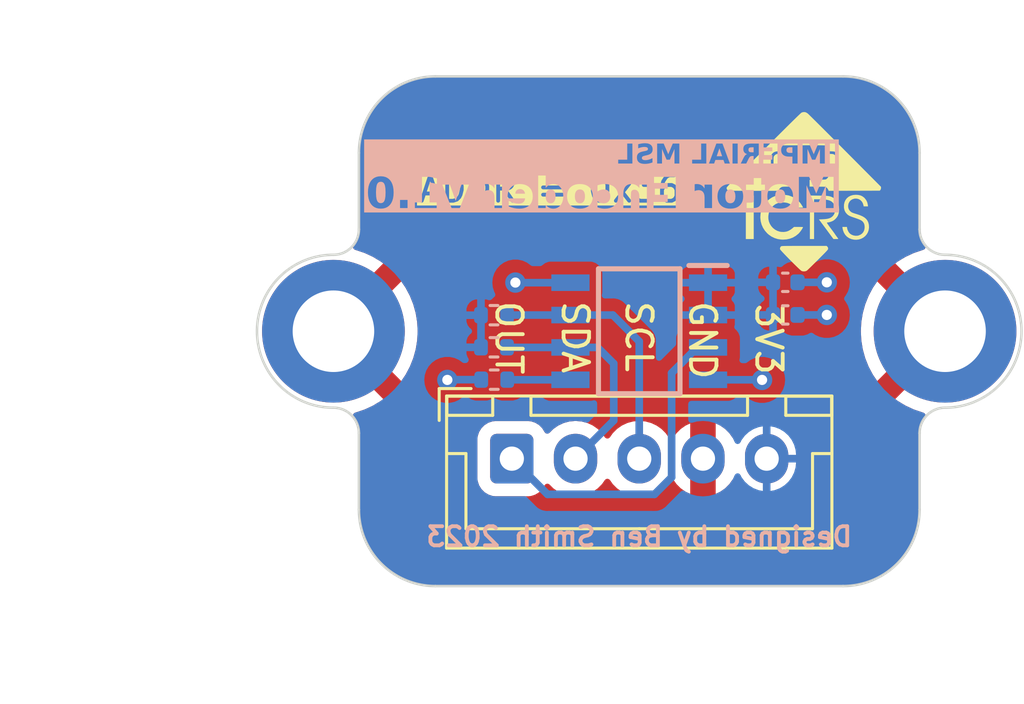
<source format=kicad_pcb>
(kicad_pcb (version 20221018) (generator pcbnew)
  (layers (0 "F.Cu" signal) (31 "B.Cu" signal) (34 "B.Paste" user) (35 "F.Paste" user) (36 "B.SilkS" user "B.Silkscreen") (37 "F.SilkS" user "F.Silkscreen") (38 "B.Mask" user) (39 "F.Mask" user) (44 "Edge.Cuts" user))
  (net 0 "")
  (net 1 "+3V3")
  (net 2 "GND")
  (net 3 "OUT")
  (net 4 "/SDA")
  (net 5 "/SCL")
  (net 6 "/PGO")
  (footprint "MountingHole:MountingHole_3.2mm_M3_DIN965_Pad" (layer "F.Cu") (at 129 61)
    (fp_text reference "H2" hide)
    (fp_text value "MountingHole_Pad" hide)
    (pad "1" thru_hole circle (at 0 0) (size 5.6 5.6) (drill 3.2) (layers "*.Cu" "*.Mask") (net 2 "GND"))
  )
  (footprint "MountingHole:MountingHole_3.2mm_M3_DIN965_Pad" (layer "F.Cu") (at 105 61)
    (fp_text reference "H1" hide)
    (fp_text value "MountingHole_Pad" hide)
    (pad "1" thru_hole circle (at 0 0) (size 5.6 5.6) (drill 3.2) (layers "*.Cu" "*.Mask") (net 2 "GND"))
  )
  (footprint "Connector_JST:JST_XH_B5B-XH-A_1x05_P2.50mm_Vertical" (layer "F.Cu") (at 112 66)
    (fp_text reference "J1" hide)
    (fp_text value "JST_2.5mm_1x5" hide)
    (fp_line (start -2.85 -2.75) (end -2.85 -1.5) (stroke (width 0.12)) (layer "F.SilkS"))
    (fp_line (start -2.56 -2.46) (end -2.56 3.51) (stroke (width 0.12)) (layer "F.SilkS"))
    (fp_line (start -2.56 3.51) (end 12.56 3.51) (stroke (width 0.12)) (layer "F.SilkS"))
    (fp_line (start -2.55 -2.45) (end -2.55 -1.7) (stroke (width 0.12)) (layer "F.SilkS"))
    (fp_line (start -2.55 -1.7) (end -0.75 -1.7) (stroke (width 0.12)) (layer "F.SilkS"))
    (fp_line (start -2.55 -0.2) (end -1.8 -0.2) (stroke (width 0.12)) (layer "F.SilkS"))
    (fp_line (start -1.8 -0.2) (end -1.8 2.75) (stroke (width 0.12)) (layer "F.SilkS"))
    (fp_line (start -1.8 2.75) (end 5 2.75) (stroke (width 0.12)) (layer "F.SilkS"))
    (fp_line (start -1.6 -2.75) (end -2.85 -2.75) (stroke (width 0.12)) (layer "F.SilkS"))
    (fp_line (start -0.75 -2.45) (end -2.55 -2.45) (stroke (width 0.12)) (layer "F.SilkS"))
    (fp_line (start -0.75 -1.7) (end -0.75 -2.45) (stroke (width 0.12)) (layer "F.SilkS"))
    (fp_line (start 0.75 -2.45) (end 0.75 -1.7) (stroke (width 0.12)) (layer "F.SilkS"))
    (fp_line (start 0.75 -1.7) (end 9.25 -1.7) (stroke (width 0.12)) (layer "F.SilkS"))
    (fp_line (start 9.25 -2.45) (end 0.75 -2.45) (stroke (width 0.12)) (layer "F.SilkS"))
    (fp_line (start 9.25 -1.7) (end 9.25 -2.45) (stroke (width 0.12)) (layer "F.SilkS"))
    (fp_line (start 10.75 -2.45) (end 10.75 -1.7) (stroke (width 0.12)) (layer "F.SilkS"))
    (fp_line (start 10.75 -1.7) (end 12.55 -1.7) (stroke (width 0.12)) (layer "F.SilkS"))
    (fp_line (start 11.8 -0.2) (end 11.8 2.75) (stroke (width 0.12)) (layer "F.SilkS"))
    (fp_line (start 11.8 2.75) (end 5 2.75) (stroke (width 0.12)) (layer "F.SilkS"))
    (fp_line (start 12.55 -2.45) (end 10.75 -2.45) (stroke (width 0.12)) (layer "F.SilkS"))
    (fp_line (start 12.55 -1.7) (end 12.55 -2.45) (stroke (width 0.12)) (layer "F.SilkS"))
    (fp_line (start 12.55 -0.2) (end 11.8 -0.2) (stroke (width 0.12)) (layer "F.SilkS"))
    (fp_line (start 12.56 -2.46) (end -2.56 -2.46) (stroke (width 0.12)) (layer "F.SilkS"))
    (fp_line (start 12.56 3.51) (end 12.56 -2.46) (stroke (width 0.12)) (layer "F.SilkS"))
    (pad "1" thru_hole roundrect (at 0 0) (size 1.7 1.95) (drill 0.95) (layers "*.Cu" "*.Mask") (roundrect_rratio 0.147059) (net 3 "OUT"))
    (pad "2" thru_hole oval (at 2.5 0) (size 1.7 1.95) (drill 0.95) (layers "*.Cu" "*.Mask") (net 4 "/SDA"))
    (pad "3" thru_hole oval (at 5 0) (size 1.7 1.95) (drill 0.95) (layers "*.Cu" "*.Mask") (net 5 "/SCL"))
    (pad "4" thru_hole oval (at 7.5 0) (size 1.7 1.95) (drill 0.95) (layers "*.Cu" "*.Mask") (net 2 "GND"))
    (pad "5" thru_hole oval (at 10 0) (size 1.7 1.95) (drill 0.95) (layers "*.Cu" "*.Mask") (net 1 "+3V3"))
  )
  (footprint "MSL Footprints:ICRS_7mm" (layer "F.Cu") (at 123.53 55.49)
    (fp_text reference "G***" hide)
    (fp_text value "LOGO" hide)
    (fp_poly (pts (xy -2.037378 1.039373) (xy -2.037378 1.89259) (xy -2.192508 1.89259) (xy -2.347638 1.89259) (xy -2.347638 1.039373) (xy -2.347638 0.186157) (xy -2.192508 0.186157) (xy -2.037378 0.186157)) (fill solid) (layer "F.SilkS"))
    (fp_poly (pts (xy -0.626116 -1.066194) (xy -0.597218 -1.041863) (xy -0.580891 -1.008274) (xy -0.579153 -0.992834) (xy -0.588529 -0.95706) (xy -0.612859 -0.928162) (xy -0.646449 -0.911836) (xy -0.661889 -0.910098) (xy -0.698187 -0.919765) (xy -0.71924 -0.935483) (xy -0.739325 -0.967863) (xy -0.742602 -1.003166) (xy -0.731188 -1.036218) (xy -0.707202 -1.061848) (xy -0.672761 -1.074881) (xy -0.661889 -1.07557)) (fill solid) (layer "F.SilkS"))
    (fp_poly (pts (xy 0.582433 -1.069558) (xy 0.612852 -1.058378) (xy 0.637314 -1.040437) (xy 0.645123 -1.028567) (xy 0.651335 -0.989893) (xy 0.641811 -0.956044) (xy 0.620412 -0.930157) (xy 0.590997 -0.915369) (xy 0.557427 -0.914814) (xy 0.524694 -0.930724) (xy 0.503931 -0.953353) (xy 0.496677 -0.982319) (xy 0.496417 -0.991981) (xy 0.504172 -1.030971) (xy 0.528201 -1.0576) (xy 0.555367 -1.069708)) (fill solid) (layer "F.SilkS"))
    (fp_poly (pts (xy -1.054886 -1.091083) (xy -1.054886 -0.734283) (xy -1.078155 -0.735483) (xy -1.107297 -0.738798) (xy -1.122109 -0.741674) (xy -1.179584 -0.764696) (xy -1.222805 -0.802327) (xy -1.236224 -0.821859) (xy -1.24446 -0.836518) (xy -1.250699 -0.850668) (xy -1.25522 -0.86731) (xy -1.258298 -0.889443) (xy -1.260211 -0.92007) (xy -1.261235 -0.96219) (xy -1.261648 -1.018805) (xy -1.261726 -1.092914) (xy -1.261726 -1.098219) (xy -1.261646 -1.173637) (xy -1.261235 -1.231283) (xy -1.260237 -1.274069) (xy -1.258397 -1.304907) (xy -1.255458 -1.326709) (xy -1.251166 -1.342386) (xy -1.245263 -1.354851) (xy -1.238211 -1.365956) (xy -1.197675 -1.411037) (xy -1.149603 -1.43892) (xy -1.099896 -1.447883) (xy -1.054886 -1.447883)) (fill solid) (layer "F.SilkS"))
    (fp_poly (pts (xy 1.058075 -1.444157) (xy 1.1058 -1.431964) (xy 1.140332 -1.409779) (xy 1.164814 -1.376079) (xy 1.171313 -1.361956) (xy 1.177432 -1.344335) (xy 1.182028 -1.323042) (xy 1.185305 -1.29503) (xy 1.187466 -1.257253) (xy 1.188717 -1.206664) (xy 1.189261 -1.140216) (xy 1.189332 -1.092992) (xy 1.189168 -1.017519) (xy 1.18852 -0.959617) (xy 1.187153 -0.916174) (xy 1.184833 -0.884078) (xy 1.181326 -0.860219) (xy 1.176397 -0.841485) (xy 1.169813 -0.824763) (xy 1.169003 -0.82297) (xy 1.146549 -0.787663) (xy 1.114415 -0.762691) (xy 1.069432 -0.746518) (xy 1.008432 -0.737608) (xy 0.990248 -0.736332) (xy 0.910098 -0.731626) (xy 0.910098 -1.089754) (xy 0.910098 -1.447883) (xy 0.994011 -1.447883)) (fill solid) (layer "F.SilkS"))
    (fp_poly (pts (xy 0.852692 2.191961) (xy 0.874081 2.221284) (xy 0.881619 2.254782) (xy 0.881892 2.265481) (xy 0.88167 2.274992) (xy 0.880246 2.284264) (xy 0.87648 2.29456) (xy 0.869236 2.307139) (xy 0.857375 2.323262) (xy 0.83976 2.344193) (xy 0.815252 2.37119) (xy 0.782714 2.405516) (xy 0.741008 2.448432) (xy 0.688995 2.501199) (xy 0.625537 2.565078) (xy 0.549498 2.641331) (xy 0.479729 2.711202) (xy 0.403403 2.787395) (xy 0.330577 2.859655) (xy 0.262715 2.926555) (xy 0.201282 2.986674) (xy 0.147743 3.038586) (xy 0.103564 3.080869) (xy 0.070208 3.112099) (xy 0.049142 3.130851) (xy 0.043308 3.135341) (xy -0.001244 3.153563) (xy -0.055458 3.1618) (xy -0.110649 3.159616) (xy -0.158132 3.146575) (xy -0.160301 3.145557) (xy -0.177615 3.133382) (xy -0.207126 3.10825) (xy -0.247204 3.07181) (xy -0.296217 3.025708) (xy -0.352535 2.971593) (xy -0.414524 2.91111) (xy -0.480555 2.845907) (xy -0.548996 2.777631) (xy -0.618215 2.707931) (xy -0.686581 2.638452) (xy -0.752462 2.570842) (xy -0.814228 2.506748) (xy -0.870246 2.447817) (xy -0.918886 2.395698) (xy -0.958516 2.352036) (xy -0.987504 2.318479) (xy -1.00422 2.296675) (xy -1.00767 2.289969) (xy -1.00726 2.244276) (xy -0.987581 2.201925) (xy -0.970833 2.183159) (xy -0.96652 2.17935) (xy -0.961407 2.176015) (xy -0.954171 2.173123) (xy -0.943487 2.170643) (xy -0.928031 2.168543) (xy -0.906477 2.166791) (xy -0.877501 2.165356) (xy -0.83978 2.164206) (xy -0.791988 2.163309) (xy -0.7328 2.162635) (xy -0.660893 2.162151) (xy -0.574942 2.161826) (xy -0.473622 2.161628) (xy -0.35561 2.161526) (xy -0.219579 2.161488) (xy -0.064206 2.161482) (xy -0.062037 2.161482) (xy 0.823492 2.161482)) (fill solid) (layer "F.SilkS"))
    (fp_poly (pts (xy 0.514516 0.188836) (xy 0.619006 0.19044) (xy 0.705419 0.192367) (xy 0.776364 0.194943) (xy 0.834448 0.198493) (xy 0.882278 0.203344) (xy 0.922462 0.209821) (xy 0.957608 0.218249) (xy 0.990323 0.228954) (xy 1.023216 0.242263) (xy 1.054027 0.256222) (xy 1.105599 0.288106) (xy 1.158422 0.334277) (xy 1.207226 0.389397) (xy 1.24674 0.448122) (xy 1.250936 0.455774) (xy 1.284397 0.536961) (xy 1.305091 0.627708) (xy 1.312971 0.722977) (xy 1.307992 0.817729) (xy 1.290106 0.906927) (xy 1.259269 0.985531) (xy 1.255844 0.991938) (xy 1.215387 1.052194) (xy 1.163775 1.109165) (xy 1.107315 1.15643) (xy 1.073542 1.177563) (xy 1.0255 1.199772) (xy 0.971514 1.219177) (xy 0.918901 1.233548) (xy 0.874974 1.240657) (xy 0.865262 1.241043) (xy 0.843014 1.244592) (xy 0.83272 1.251082) (xy 0.836972 1.261766) (xy 0.852199 1.286518) (xy 0.876789 1.322994) (xy 0.909128 1.368849) (xy 0.947604 1.421739) (xy 0.980591 1.466039) (xy 1.023959 1.523958) (xy 1.063788 1.577605) (xy 1.098179 1.624387) (xy 1.125234 1.66171) (xy 1.143056 1.686982) (xy 1.149072 1.696205) (xy 1.16153 1.715526) (xy 1.182827 1.746122) (xy 1.2093 1.782784) (xy 1.222944 1.801239) (xy 1.248471 1.836052) (xy 1.268513 1.864457) (xy 1.280361 1.882555) (xy 1.282411 1.886808) (xy 1.272829 1.889288) (xy 1.247117 1.891157) (xy 1.209828 1.892157) (xy 1.186747 1.892245) (xy 1.091083 1.8919) (xy 0.806048 1.507005) (xy 0.521012 1.122109) (xy 0.66643 1.11569) (xy 0.765464 1.109061) (xy 0.847168 1.098131) (xy 0.914628 1.081936) (xy 0.970927 1.059512) (xy 1.01915 1.029894) (xy 1.062382 0.992118) (xy 1.062676 0.991821) (xy 1.103473 0.941531) (xy 1.131048 0.884843) (xy 1.146809 0.817701) (xy 1.152164 0.736053) (xy 1.152175 0.734284) (xy 1.150174 0.664324) (xy 1.142381 0.608534) (xy 1.127275 0.560846) (xy 1.103339 0.51519) (xy 1.093528 0.499961) (xy 1.057982 0.455714) (xy 1.014619 0.419112) (xy 0.96163 0.389636) (xy 0.897204 0.366766) (xy 0.819533 0.349984) (xy 0.726807 0.338771) (xy 0.617215 0.332606) (xy 0.504445 0.330945) (xy 0.330945 0.330945) (xy 0.330945 1.111767) (xy 0.330945 1.89259) (xy 0.248209 1.89259) (xy 0.165472 1.89259) (xy 0.165472 1.038347) (xy 0.165472 0.184105)) (fill solid) (layer "F.SilkS"))
    (fp_poly (pts (xy -0.829495 0.158961) (xy -0.744998 0.167205) (xy -0.670997 0.180785) (xy -0.652871 0.185591) (xy -0.535943 0.228725) (xy -0.425204 0.287835) (xy -0.324777 0.36029) (xy -0.238789 0.443458) (xy -0.226898 0.457283) (xy -0.200389 0.491307) (xy -0.172563 0.530885) (xy -0.146188 0.571574) (xy -0.124028 0.608932) (xy -0.108852 0.638514) (xy -0.10342 0.655581) (xy -0.113198 0.657657) (xy -0.140276 0.659429) (xy -0.181271 0.660774) (xy -0.232801 0.661574) (xy -0.276649 0.661744) (xy -0.449878 0.661598) (xy -0.503922 0.6072) (xy -0.573948 0.5459) (xy -0.646892 0.501615) (xy -0.726635 0.472813) (xy -0.817057 0.457963) (xy -0.889414 0.455049) (xy -0.996777 0.461676) (xy -1.090719 0.482257) (xy -1.173986 0.517844) (xy -1.249322 0.569488) (xy -1.292752 0.609523) (xy -1.361381 0.691051) (xy -1.41193 0.778897) (xy -1.445593 0.875789) (xy -1.463564 0.984455) (xy -1.465067 1.003176) (xy -1.46239 1.106076) (xy -1.441037 1.20519) (xy -1.402788 1.298382) (xy -1.349423 1.383519) (xy -1.282721 1.458463) (xy -1.204462 1.521082) (xy -1.116424 1.569239) (xy -1.020389 1.6008) (xy -0.958448 1.61101) (xy -0.857203 1.614564) (xy -0.765 1.602248) (xy -0.678241 1.572927) (xy -0.593334 1.525468) (xy -0.525133 1.474349) (xy -0.4556 1.416857) (xy -0.27951 1.416857) (xy -0.221766 1.417167) (xy -0.171974 1.418027) (xy -0.133489 1.419329) (xy -0.109667 1.420968) (xy -0.10342 1.42244) (xy -0.109703 1.443717) (xy -0.126741 1.476722) (xy -0.151816 1.517487) (xy -0.182209 1.562046) (xy -0.215203 1.606431) (xy -0.248079 1.646676) (xy -0.27812 1.678814) (xy -0.280873 1.681437) (xy -0.384898 1.765706) (xy -0.497809 1.83135) (xy -0.619249 1.87825) (xy -0.748864 1.906287) (xy -0.886295 1.915341) (xy -0.966979 1.91204) (xy -1.097502 1.891847) (xy -1.222856 1.852494) (xy -1.340564 1.795104) (xy -1.448148 1.720798) (xy -1.50882 1.666588) (xy -1.600302 1.562757) (xy -1.673324 1.450005) (xy -1.727527 1.329178) (xy -1.762552 1.201125) (xy -1.77804 1.066695) (xy -1.778827 1.027919) (xy -1.769318 0.89338) (xy -1.740721 0.766707) (xy -1.692929 0.647649) (xy -1.625838 0.535953) (xy -1.539342 0.431368) (xy -1.521191 0.412766) (xy -1.421042 0.324804) (xy -1.314791 0.255867) (xy -1.199974 0.204622) (xy -1.074122 0.169732) (xy -1.071346 0.169166) (xy -1.000129 0.159648) (xy -0.917025 0.156344)) (fill solid) (layer "F.SilkS"))
    (fp_poly (pts (xy 2.063335 0.160735) (xy 2.143973 0.177905) (xy 2.214529 0.208257) (xy 2.278962 0.253282) (xy 2.313676 0.285291) (xy 2.371473 0.357357) (xy 2.413267 0.440578) (xy 2.437077 0.530903) (xy 2.438419 0.540371) (xy 2.447524 0.610179) (xy 2.362118 0.610179) (xy 2.276711 0.610179) (xy 2.265189 0.554679) (xy 2.239883 0.47845) (xy 2.199414 0.413805) (xy 2.146221 0.362434) (xy 2.082744 0.326027) (xy 2.011423 0.306273) (xy 1.934698 0.304865) (xy 1.909801 0.308491) (xy 1.83334 0.33193) (xy 1.770101 0.371144) (xy 1.720736 0.425548) (xy 1.685894 0.494557) (xy 1.679038 0.515698) (xy 1.666465 0.591812) (xy 1.672609 0.664587) (xy 1.696235 0.731264) (xy 1.736102 0.789084) (xy 1.790974 0.835289) (xy 1.8322 0.856984) (xy 1.861187 0.868025) (xy 1.904204 0.882772) (xy 1.955382 0.899277) (xy 2.007445 0.915174) (xy 2.12484 0.954171) (xy 2.223045 0.996495) (xy 2.303445 1.043394) (xy 2.367429 1.096117) (xy 2.416385 1.155913) (xy 2.4517 1.224028) (xy 2.474761 1.301713) (xy 2.481761 1.341877) (xy 2.486653 1.443952) (xy 2.472887 1.540251) (xy 2.442053 1.629207) (xy 2.395747 1.709251) (xy 2.335558 1.778817) (xy 2.263081 1.836337) (xy 2.179908 1.880244) (xy 2.087631 1.908969) (xy 1.987843 1.920946) (xy 1.897761 1.91672) (xy 1.794443 1.89454) (xy 1.702111 1.855295) (xy 1.621915 1.800115) (xy 1.555004 1.730131) (xy 1.50253 1.646474) (xy 1.465642 1.550274) (xy 1.449747 1.476323) (xy 1.440672 1.416857) (xy 1.530852 1.416857) (xy 1.621032 1.416857) (xy 1.627722 1.467289) (xy 1.641875 1.523543) (xy 1.66776 1.582745) (xy 1.701286 1.637131) (xy 1.738363 1.678935) (xy 1.739931 1.680295) (xy 1.803543 1.722252) (xy 1.877655 1.750686) (xy 1.956447 1.764322) (xy 2.034098 1.761885) (xy 2.073682 1.753386) (xy 2.152624 1.720923) (xy 2.216866 1.674297) (xy 2.265659 1.614616) (xy 2.298255 1.54299) (xy 2.313906 1.460525) (xy 2.314385 1.397052) (xy 2.304938 1.327357) (xy 2.284202 1.270246) (xy 2.249592 1.219537) (xy 2.232204 1.200599) (xy 2.206571 1.178495) (xy 2.172436 1.156769) (xy 2.127429 1.134337) (xy 2.069179 1.110119) (xy 1.995314 1.083031) (xy 1.914623 1.055667) (xy 1.839608 1.030351) (xy 1.780958 1.00898) (xy 1.735142 0.989831) (xy 1.698634 0.971179) (xy 1.667905 0.9513) (xy 1.639428 0.928469) (xy 1.621962 0.912645) (xy 1.56623 0.847425) (xy 1.527835 0.771859) (xy 1.506344 0.684958) (xy 1.502004 0.64073) (xy 1.505045 0.537475) (xy 1.525733 0.444111) (xy 1.562975 0.361773) (xy 1.615679 0.291601) (xy 1.68275 0.23473) (xy 1.763095 0.1923) (xy 1.855621 0.165446) (xy 1.959234 0.155308) (xy 1.968659 0.155253)) (fill solid) (layer "F.SilkS"))
    (fp_poly (pts (xy -0.003493 -3.083858) (xy 0.00727 -3.079884) (xy 0.032517 -3.066594) (xy 0.064829 -3.046425) (xy 0.082736 -3.034089) (xy 0.09466 -3.023451) (xy 0.120424 -2.998861) (xy 0.159295 -2.961046) (xy 0.210543 -2.910735) (xy 0.273438 -2.848656) (xy 0.347247 -2.775538) (xy 0.43124 -2.692109) (xy 0.524686 -2.599098) (xy 0.626854 -2.497232) (xy 0.737013 -2.387241) (xy 0.854431 -2.269852) (xy 0.978378 -2.145794) (xy 1.108123 -2.015795) (xy 1.242934 -1.880584) (xy 1.382081 -1.740889) (xy 1.524832 -1.597439) (xy 1.543547 -1.578622) (xy 2.957818 -0.156571) (xy 2.957818 -0.109888) (xy 2.953048 -0.069725) (xy 2.936609 -0.038737) (xy 2.93286 -0.034188) (xy 2.907902 -0.005171) (xy 1.906414 -0.002438) (xy 0.904927 0.000295) (xy 0.881851 -0.050022) (xy 0.847272 -0.102462) (xy 0.815534 -0.13032) (xy 0.772294 -0.160301) (xy 0.463712 -0.163322) (xy 0.15513 -0.166342) (xy 0.15513 -0.299924) (xy 0.15513 -0.433506) (xy 0.468757 -0.436521) (xy 0.557489 -0.437406) (xy 0.62796 -0.438294) (xy 0.682591 -0.439377) (xy 0.723803 -0.440849) (xy 0.75402 -0.442903) (xy 0.775662 -0.445733) (xy 0.79115 -0.449531) (xy 0.802907 -0.454492) (xy 0.813355 -0.460808) (xy 0.818732 -0.464458) (xy 0.864514 -0.506123) (xy 0.895402 -0.55633) (xy 0.90704 -0.598101) (xy 0.912526 -0.639) (xy 1.022488 -0.6428) (xy 1.072716 -0.644952) (xy 1.107699 -0.648094) (xy 1.132876 -0.653441) (xy 1.153685 -0.66221) (xy 1.175565 -0.675617) (xy 1.178725 -0.677731) (xy 1.23361 -0.725957) (xy 1.270795 -0.784799) (xy 1.283325 -0.820415) (xy 1.287135 -0.846676) (xy 1.289838 -0.892207) (xy 1.291397 -0.955622) (xy 1.291778 -1.035534) (xy 1.291059 -1.122191) (xy 1.287582 -1.382327) (xy 1.256282 -1.43293) (xy 1.217015 -1.481122) (xy 1.174693 -1.514624) (xy 1.149713 -1.528986) (xy 1.12676 -1.5384) (xy 1.10003 -1.544157) (xy 1.063721 -1.547551) (xy 1.017251 -1.549682) (xy 0.910098 -1.553649) (xy 0.909871 -1.596429) (xy 0.900266 -1.657353) (xy 0.873793 -1.710264) (xy 0.832947 -1.75173) (xy 0.780225 -1.77832) (xy 0.776837 -1.779339) (xy 0.758516 -1.781612) (xy 0.720383 -1.783528) (xy 0.662329 -1.785089) (xy 0.584243 -1.786294) (xy 0.486016 -1.787145) (xy 0.367537 -1.787643) (xy 0.228697 -1.787789) (xy 0.069386 -1.787584) (xy -0.09384 -1.787091) (xy -0.927135 -1.783998) (xy -0.963503 -1.759076) (xy -1.010809 -1.716048) (xy -1.040124 -1.663346) (xy -1.05167 -1.610501) (xy -1.057509 -1.553924) (xy -1.123895 -1.548595) (xy -1.1994 -1.534326) (xy -1.261268 -1.50463) (xy -1.309845 -1.459327) (xy -1.320457 -1.444797) (xy -1.334097 -1.42274) (xy -1.344824 -1.39987) (xy -1.352925 -1.373536) (xy -1.358686 -1.341092) (xy -1.362395 -1.299889) (xy -1.364338 -1.247279) (xy -1.364801 -1.180616) (xy -1.364072 -1.09725) (xy -1.363352 -1.048642) (xy -1.361918 -0.970571) (xy -1.360277 -0.910316) (xy -1.358188 -0.865005) (xy -1.355412 -0.831769) (xy -1.351706 -0.80774) (xy -1.34683 -0.790046) (xy -1.340545 -0.77582) (xy -1.340456 -0.775651) (xy -1.301465 -0.718835) (xy -1.252267 -0.678607) (xy -1.190801 -0.653701) (xy -1.125377 -0.643486) (xy -1.056251 -0.638523) (xy -1.049779 -0.600215) (xy -1.029545 -0.541186) (xy -0.990149 -0.489816) (xy -0.966101 -0.469174) (xy -0.927265 -0.439536) (xy -0.623934 -0.436376) (xy -0.320603 -0.433216) (xy -0.320602 -0.299344) (xy -0.320602 -0.165472) (xy -0.612765 -0.165245) (xy -0.699682 -0.165061) (xy -0.768495 -0.164559) (xy -0.821779 -0.163592) (xy -0.862113 -0.162011) (xy -0.892074 -0.159668) (xy -0.914239 -0.156415) (xy -0.931188 -0.152103) (xy -0.945496 -0.146585) (xy -0.946723 -0.146033) (xy -0.988437 -0.119753) (xy -1.023611 -0.084197) (xy -1.04673 -0.04549) (xy -1.051555 -0.029582) (xy -1.057471 0) (xy -2.041256 -0.000366) (xy -2.211529 -0.000477) (xy -2.362236 -0.000684) (xy -2.494495 -0.001004) (xy -2.609425 -0.001452) (xy -2.708143 -0.002043) (xy -2.791768 -0.002794) (xy -2.861418 -0.00372) (xy -2.918211 -0.004836) (xy -2.963265 -0.006158) (xy -2.997698 -0.007702) (xy -3.022629 -0.009483) (xy -3.039175 -0.011517) (xy -3.048454 -0.01382) (xy -3.049757 -0.014432) (xy -3.081465 -0.043307) (xy -3.099177 -0.085228) (xy -3.102239 -0.113675) (xy -3.101782 -0.118444) (xy -3.099922 -0.124264) (xy -3.096062 -0.131745) (xy -3.089604 -0.141502) (xy -3.079951 -0.154146) (xy -3.066505 -0.17029) (xy -3.04867 -0.190547) (xy -3.025848 -0.215528) (xy -2.997441 -0.245847) (xy -2.962852 -0.282115) (xy -2.921483 -0.324946) (xy -2.872738 -0.374952) (xy -2.816019 -0.432745) (xy -2.750728 -0.498937) (xy -2.676269 -0.574142) (xy -2.592043 -0.658971) (xy -2.497454 -0.754038) (xy -2.391903 -0.859954) (xy -2.274794 -0.977332) (xy -2.145529 -1.106785) (xy -2.003511 -1.248925) (xy -1.848143 -1.404364) (xy -1.678826 -1.573715) (xy -1.652138 -1.600407) (xy -1.465495 -1.786996) (xy -1.293036 -1.959252) (xy -1.134387 -2.117541) (xy -0.989179 -2.262227) (xy -0.857041 -2.393675) (xy -0.737601 -2.512252) (xy -0.630489 -2.618321) (xy -0.535334 -2.712249) (xy -0.451764 -2.7944) (xy -0.37941 -2.86514) (xy -0.317899 -2.924833) (xy -0.266862 -2.973846) (xy -0.225926 -3.012543) (xy -0.194723 -3.041289) (xy -0.172879 -3.060449) (xy -0.160025 -3.07039) (xy -0.157828 -3.071646) (xy -0.107381 -3.087392) (xy -0.052912 -3.091614)) (fill solid) (layer "F.SilkS"))
  )
  (footprint "MSL Footprints:SOIC127P600X175-8N" (layer "B.Cu") (at 117 61 180)
    (fp_text reference "IC1" hide)
    (fp_text value "AS5600L-ASOM" hide)
    (fp_line (start -3.45 2.58) (end -1.95 2.58) (stroke (width 0.2)) (layer "B.SilkS"))
    (fp_line (start -1.6 -2.45) (end -1.6 2.45) (stroke (width 0.2)) (layer "B.SilkS"))
    (fp_line (start -1.6 2.45) (end 1.6 2.45) (stroke (width 0.2)) (layer "B.SilkS"))
    (fp_line (start 1.6 -2.45) (end -1.6 -2.45) (stroke (width 0.2)) (layer "B.SilkS"))
    (fp_line (start 1.6 2.45) (end 1.6 -2.45) (stroke (width 0.2)) (layer "B.SilkS"))
    (pad "1" smd rect (at -2.7 1.905 90) (size 0.65 1.5) (layers "B.Cu" "B.Paste" "B.Mask") (net 1 "+3V3"))
    (pad "2" smd rect (at -2.7 0.635 90) (size 0.65 1.5) (layers "B.Cu" "B.Paste" "B.Mask") (net 1 "+3V3"))
    (pad "3" smd rect (at -2.7 -0.635 90) (size 0.65 1.5) (layers "B.Cu" "B.Paste" "B.Mask") (net 3 "OUT"))
    (pad "4" smd rect (at -2.7 -1.905 90) (size 0.65 1.5) (layers "B.Cu" "B.Paste" "B.Mask") (net 2 "GND"))
    (pad "5" smd rect (at 2.7 -1.905 90) (size 0.65 1.5) (layers "B.Cu" "B.Paste" "B.Mask") (net 6 "/PGO"))
    (pad "6" smd rect (at 2.7 -0.635 90) (size 0.65 1.5) (layers "B.Cu" "B.Paste" "B.Mask") (net 4 "/SDA"))
    (pad "7" smd rect (at 2.7 0.635 90) (size 0.65 1.5) (layers "B.Cu" "B.Paste" "B.Mask") (net 5 "/SCL"))
    (pad "8" smd rect (at 2.7 1.905 90) (size 0.65 1.5) (layers "B.Cu" "B.Paste" "B.Mask") (net 2 "GND"))
  )
  (footprint "Capacitor_SMD:C_0402_1005Metric" (layer "B.Cu") (at 122.73 59.08)
    (fp_text reference "C1" hide)
    (fp_text value "100n" hide)
    (fp_line (start -0.107836 -0.36) (end 0.107836 -0.36) (stroke (width 0.12)) (layer "B.SilkS"))
    (fp_line (start -0.107836 0.36) (end 0.107836 0.36) (stroke (width 0.12)) (layer "B.SilkS"))
    (pad "1" smd roundrect (at -0.48 0) (size 0.56 0.62) (layers "B.Cu" "B.Paste" "B.Mask") (net 1 "+3V3"))
    (pad "2" smd roundrect (at 0.48 0) (size 0.56 0.62) (layers "B.Cu" "B.Paste" "B.Mask") (net 2 "GND"))
  )
  (footprint "Resistor_SMD:R_0402_1005Metric" (layer "B.Cu") (at 111.31 62.9 180)
    (fp_text reference "DNP2" hide)
    (fp_text value "0R" hide)
    (fp_line (start -0.153641 -0.38) (end 0.153641 -0.38) (stroke (width 0.12)) (layer "B.SilkS"))
    (fp_line (start -0.153641 0.38) (end 0.153641 0.38) (stroke (width 0.12)) (layer "B.SilkS"))
    (pad "1" smd roundrect (at -0.51 0 180) (size 0.54 0.64) (layers "B.Cu" "B.Paste" "B.Mask") (net 6 "/PGO"))
    (pad "2" smd roundrect (at 0.51 0 180) (size 0.54 0.64) (layers "B.Cu" "B.Paste" "B.Mask") (net 2 "GND"))
  )
  (footprint "Resistor_SMD:R_0402_1005Metric" (layer "B.Cu") (at 111.3 61.63)
    (fp_text reference "R2" hide)
    (fp_text value "10k" hide)
    (fp_line (start -0.153641 -0.38) (end 0.153641 -0.38) (stroke (width 0.12)) (layer "B.SilkS"))
    (fp_line (start -0.153641 0.38) (end 0.153641 0.38) (stroke (width 0.12)) (layer "B.SilkS"))
    (pad "1" smd roundrect (at -0.51 0) (size 0.54 0.64) (layers "B.Cu" "B.Paste" "B.Mask") (net 1 "+3V3"))
    (pad "2" smd roundrect (at 0.51 0) (size 0.54 0.64) (layers "B.Cu" "B.Paste" "B.Mask") (net 4 "/SDA"))
  )
  (footprint "Resistor_SMD:R_0402_1005Metric" (layer "B.Cu") (at 111.3 60.37)
    (fp_text reference "R1" hide)
    (fp_text value "10k" hide)
    (fp_line (start -0.153641 -0.38) (end 0.153641 -0.38) (stroke (width 0.12)) (layer "B.SilkS"))
    (fp_line (start -0.153641 0.38) (end 0.153641 0.38) (stroke (width 0.12)) (layer "B.SilkS"))
    (pad "1" smd roundrect (at -0.51 0) (size 0.54 0.64) (layers "B.Cu" "B.Paste" "B.Mask") (net 1 "+3V3"))
    (pad "2" smd roundrect (at 0.51 0) (size 0.54 0.64) (layers "B.Cu" "B.Paste" "B.Mask") (net 5 "/SCL"))
  )
  (footprint "Capacitor_SMD:C_0402_1005Metric" (layer "B.Cu") (at 122.73 60.36)
    (fp_text reference "DNP1" hide)
    (fp_text value "10u" hide)
    (fp_line (start -0.107836 -0.36) (end 0.107836 -0.36) (stroke (width 0.12)) (layer "B.SilkS"))
    (fp_line (start -0.107836 0.36) (end 0.107836 0.36) (stroke (width 0.12)) (layer "B.SilkS"))
    (pad "1" smd roundrect (at -0.48 0) (size 0.56 0.62) (layers "B.Cu" "B.Paste" "B.Mask") (net 1 "+3V3"))
    (pad "2" smd roundrect (at 0.48 0) (size 0.56 0.62) (layers "B.Cu" "B.Paste" "B.Mask") (net 2 "GND"))
  )
  (gr_line (start 128 57) (end 128 54) (stroke (width 0.1)) (layer "Edge.Cuts"))
  (gr_arc (start 125 51) (mid 127.12132 51.87868) (end 128 54) (stroke (width 0.1)) (layer "Edge.Cuts"))
  (gr_arc (start 128 65) (mid 128.292893 64.292893) (end 129 64) (stroke (width 0.1)) (layer "Edge.Cuts"))
  (gr_arc (start 106 57) (mid 105.707107 57.707107) (end 105 58) (stroke (width 0.1)) (layer "Edge.Cuts"))
  (gr_arc (start 129 58) (mid 132 61) (end 129 64) (stroke (width 0.1)) (layer "Edge.Cuts"))
  (gr_line (start 106 54) (end 106 57) (stroke (width 0.1)) (layer "Edge.Cuts"))
  (gr_arc (start 109 71) (mid 106.87868 70.12132) (end 106 68) (stroke (width 0.1)) (layer "Edge.Cuts"))
  (gr_arc (start 105 64) (mid 105.707107 64.292893) (end 106 65) (stroke (width 0.1)) (layer "Edge.Cuts"))
  (gr_line (start 128 68) (end 128 65) (stroke (width 0.1)) (layer "Edge.Cuts"))
  (gr_line (start 106 68) (end 106 65) (stroke (width 0.1)) (layer "Edge.Cuts"))
  (gr_line (start 125 51) (end 109 51) (stroke (width 0.1)) (layer "Edge.Cuts"))
  (gr_arc (start 105 64) (mid 102 61) (end 105 58) (stroke (width 0.1)) (layer "Edge.Cuts"))
  (gr_arc (start 129 58) (mid 128.292893 57.707107) (end 128 57) (stroke (width 0.1)) (layer "Edge.Cuts"))
  (gr_arc (start 106 54) (mid 106.87868 51.87868) (end 109 51) (stroke (width 0.1)) (layer "Edge.Cuts"))
  (gr_arc (start 128 68) (mid 127.12132 70.12132) (end 125 71) (stroke (width 0.1)) (layer "Edge.Cuts"))
  (gr_line (start 109 71) (end 125 71) (stroke (width 0.1)) (layer "Edge.Cuts"))
  (gr_text "Designed by Ben Smith 2023" (at 117 69.5) (layer "B.SilkS") (effects (font (size 0.75 0.75) (thickness 0.15) bold) (justify bottom mirror)))
  (gr_text "_{IMPERIAL MSL}\nMotor Encoder v1.0" (at 124.78 56.37) (layer "B.SilkS" knockout) (effects (font (size 1.2 1.2) (thickness 0.3) bold) (justify left bottom mirror)))
  (gr_text "SCL\n" (at 116.4 59.73 270) (layer "F.SilkS") (effects (font (size 1 1)) (justify left bottom)))
  (gr_text "SDA" (at 113.9 59.73 270) (layer "F.SilkS") (effects (font (size 1 1)) (justify left bottom)))
  (gr_text "ADDR = 0x36" (at 108.27 56.01) (layer "F.SilkS" knockout) (effects (font (size 1 1)) (justify left bottom)))
  (gr_text "3V3" (at 121.5 59.83 270) (layer "F.SilkS") (effects (font (size 1 1)) (justify left bottom)))
  (gr_text "GND" (at 118.9 59.73 270) (layer "F.SilkS") (effects (font (size 1 1)) (justify left bottom)))
  (gr_text "OUT" (at 111.3 59.73 270) (layer "F.SilkS") (effects (font (size 1 1)) (justify left bottom)))
  (via (at 121.82 62.91) (size 0.8) (drill 0.4) (layers "F.Cu" "B.Cu") (net 2))
  (via (at 124.36 59.08) (size 0.8) (drill 0.4) (layers "F.Cu" "B.Cu") (net 2))
  (via (at 109.47 62.91) (size 0.8) (drill 0.4) (layers "F.Cu" "B.Cu") (net 2))
  (via (at 112.14 59.09) (size 0.8) (drill 0.4) (layers "F.Cu" "B.Cu") (net 2))
  (via (at 124.36 60.36) (size 0.8) (drill 0.4) (layers "F.Cu" "B.Cu") (net 2))
  (segment (start 123.21 60.36) (end 124.36 60.36) (width 0.3) (layer "B.Cu") (net 2))
  (segment (start 119.7 62.905) (end 121.815 62.905) (width 0.3) (layer "B.Cu") (net 2))
  (segment (start 114.3 59.095) (end 112.145 59.095) (width 0.3) (layer "B.Cu") (net 2))
  (segment (start 112.145 59.095) (end 112.14 59.09) (width 0.3) (layer "B.Cu") (net 2))
  (segment (start 123.21 59.08) (end 124.36 59.08) (width 0.3) (layer "B.Cu") (net 2))
  (segment (start 110.8 62.9) (end 109.48 62.9) (width 0.3) (layer "B.Cu") (net 2))
  (segment (start 109.48 62.9) (end 109.47 62.91) (width 0.3) (layer "B.Cu") (net 2))
  (segment (start 121.815 62.905) (end 121.82 62.91) (width 0.3) (layer "B.Cu") (net 2))
  (segment (start 117.6 67.4) (end 113.4 67.4) (width 0.3) (layer "B.Cu") (net 3))
  (segment (start 119.275 61.635) (end 118.27 62.64) (width 0.3) (layer "B.Cu") (net 3))
  (segment (start 113.4 67.4) (end 112 66) (width 0.3) (layer "B.Cu") (net 3))
  (segment (start 118.27 66.73) (end 117.6 67.4) (width 0.3) (layer "B.Cu") (net 3))
  (segment (start 112 66) (end 111.92 66) (width 0.3) (layer "B.Cu") (net 3))
  (segment (start 119.7 61.635) (end 119.275 61.635) (width 0.3) (layer "B.Cu") (net 3))
  (segment (start 118.27 62.64) (end 118.27 66.73) (width 0.3) (layer "B.Cu") (net 3))
  (segment (start 111.815 61.635) (end 111.81 61.63) (width 0.3) (layer "B.Cu") (net 4))
  (segment (start 114.3 61.635) (end 111.815 61.635) (width 0.3) (layer "B.Cu") (net 4))
  (segment (start 116 62.27) (end 116 64.5) (width 0.3) (layer "B.Cu") (net 4))
  (segment (start 115.365 61.635) (end 116 62.27) (width 0.3) (layer "B.Cu") (net 4))
  (segment (start 116 64.5) (end 114.5 66) (width 0.3) (layer "B.Cu") (net 4))
  (segment (start 114.5 66) (end 114.46 66) (width 0.3) (layer "B.Cu") (net 4))
  (segment (start 114.3 61.635) (end 115.365 61.635) (width 0.3) (layer "B.Cu") (net 4))
  (segment (start 117 61.4) (end 117 66) (width 0.3) (layer "B.Cu") (net 5))
  (segment (start 114.3 60.365) (end 115.965 60.365) (width 0.3) (layer "B.Cu") (net 5))
  (segment (start 115.965 60.365) (end 117 61.4) (width 0.3) (layer "B.Cu") (net 5))
  (segment (start 114.3 60.365) (end 111.815 60.365) (width 0.3) (layer "B.Cu") (net 5))
  (segment (start 111.815 60.365) (end 111.81 60.37) (width 0.3) (layer "B.Cu") (net 5))
  (segment (start 111.825 62.905) (end 111.82 62.9) (width 0.3) (layer "B.Cu") (net 6))
  (segment (start 114.3 62.905) (end 111.825 62.905) (width 0.3) (layer "B.Cu") (net 6))
  (zone locked (net 2) (net_name "GND") (layer "F.Cu") (connect_pads (clearance 0.5)) (min_thickness 0.25) (fill yes (thermal_gap 0.5) (thermal_bridge_width 1))
    (polygon (pts (xy 102 51) (xy 132 51) (xy 132.1 71) (xy 102.1 71)))
  )
  (zone locked (net 1) (net_name "+3V3") (layer "B.Cu") (priority 1) (connect_pads (clearance 0.5)) (min_thickness 0.25) (fill yes (thermal_gap 0.3) (thermal_bridge_width 0.3))
    (polygon (pts (xy 102 51) (xy 132 51) (xy 132 71) (xy 102 71)))
  )
)
</source>
